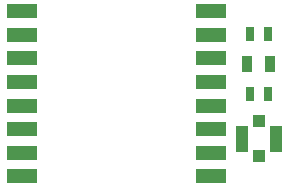
<source format=gbr>
G04 #@! TF.FileFunction,Paste,Top*
%FSLAX46Y46*%
G04 Gerber Fmt 4.6, Leading zero omitted, Abs format (unit mm)*
G04 Created by KiCad (PCBNEW 4.0.0-rc1-stable) date 10/11/2015 4:23:20 PM*
%MOMM*%
G01*
G04 APERTURE LIST*
%ADD10C,0.100000*%
%ADD11R,2.500000X1.200000*%
%ADD12R,0.635000X1.143000*%
%ADD13R,0.889000X1.397000*%
%ADD14R,0.990600X0.990600*%
%ADD15R,0.990600X2.209800*%
G04 APERTURE END LIST*
D10*
D11*
X114555000Y-88885000D03*
X114555000Y-90885000D03*
X114555000Y-92885000D03*
X114555000Y-94885000D03*
X114555000Y-96885000D03*
X114555000Y-98885000D03*
X114555000Y-100885000D03*
X114555000Y-102885000D03*
X130555000Y-102885000D03*
X130555000Y-100885000D03*
X130555000Y-98885000D03*
X130555000Y-96885000D03*
X130555000Y-94885000D03*
X130555000Y-92885000D03*
X130555000Y-90885000D03*
X130555000Y-88885000D03*
D12*
X133858000Y-95885000D03*
X135382000Y-95885000D03*
D13*
X133667500Y-93345000D03*
X135572500Y-93345000D03*
D12*
X133858000Y-90805000D03*
X135382000Y-90805000D03*
D14*
X134620000Y-101180900D03*
D15*
X136067800Y-99695000D03*
X133172200Y-99695000D03*
D14*
X134620000Y-98209100D03*
M02*

</source>
